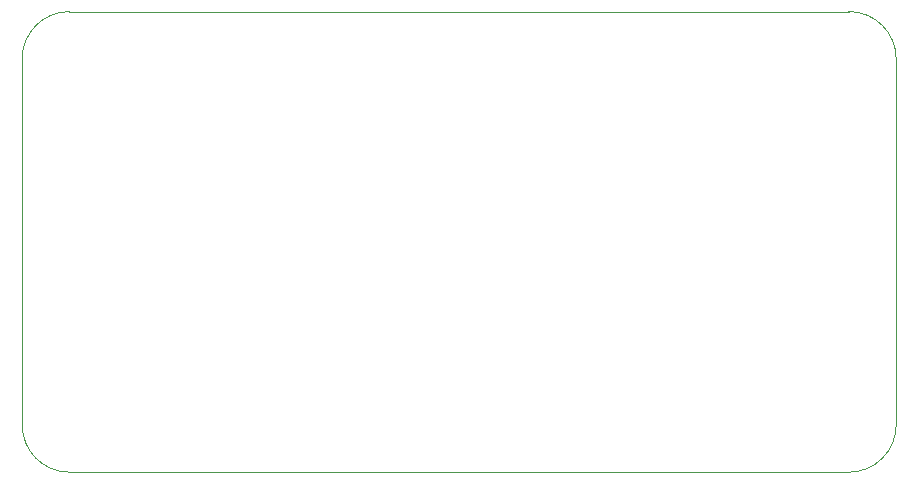
<source format=gbr>
%TF.GenerationSoftware,KiCad,Pcbnew,8.0.3*%
%TF.CreationDate,2024-06-16T18:08:45+12:00*%
%TF.ProjectId,power_supply,706f7765-725f-4737-9570-706c792e6b69,0.1.1*%
%TF.SameCoordinates,Original*%
%TF.FileFunction,Profile,NP*%
%FSLAX46Y46*%
G04 Gerber Fmt 4.6, Leading zero omitted, Abs format (unit mm)*
G04 Created by KiCad (PCBNEW 8.0.3) date 2024-06-16 18:08:45*
%MOMM*%
%LPD*%
G01*
G04 APERTURE LIST*
%TA.AperFunction,Profile*%
%ADD10C,0.050000*%
%TD*%
G04 APERTURE END LIST*
D10*
X186000000Y-66000000D02*
G75*
G02*
X190000000Y-70000000I0J-4000000D01*
G01*
X190000000Y-101000000D02*
X190000000Y-70000000D01*
X120000000Y-105000000D02*
G75*
G02*
X116000000Y-101000000I0J4000000D01*
G01*
X120000000Y-66000000D02*
X186000000Y-66000000D01*
X116000000Y-101000000D02*
X116000000Y-70000000D01*
X190000000Y-101000000D02*
G75*
G02*
X186000000Y-105000000I-4000000J0D01*
G01*
X120000000Y-105000000D02*
X186000000Y-105000000D01*
X116000000Y-70000000D02*
G75*
G02*
X120000000Y-66000000I4000000J0D01*
G01*
M02*

</source>
